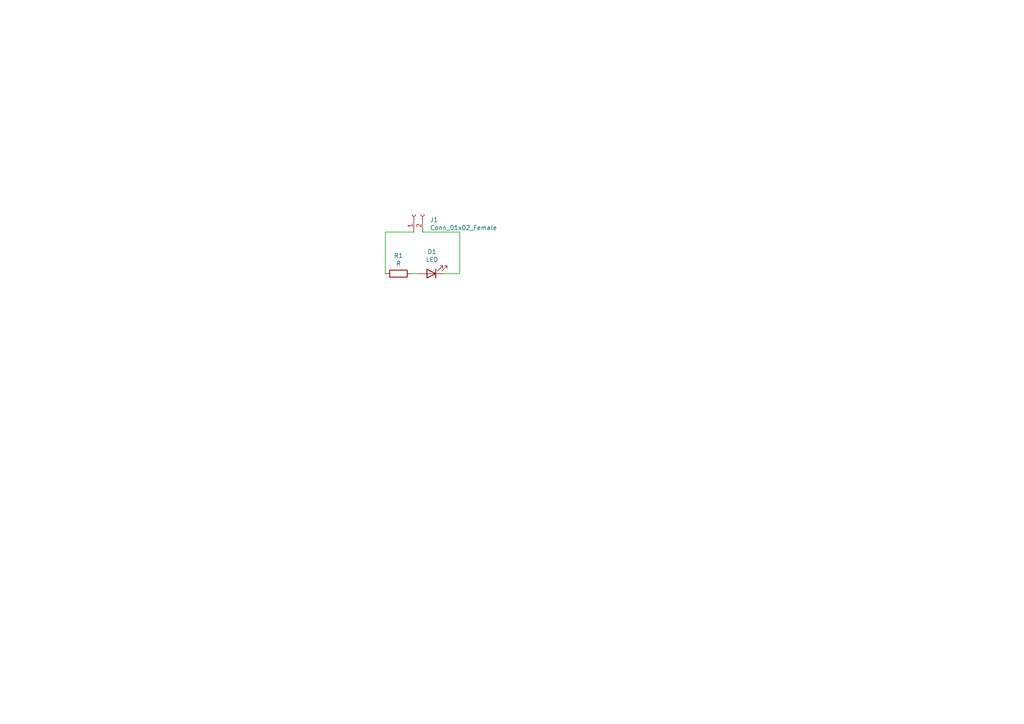
<source format=kicad_sch>
(kicad_sch (version 20210126) (generator eeschema)
  (paper "A4")
  (lib_symbols
    (symbol "Connector:Conn_01x02_Female" (pin_names (offset 1.016) hide)
      (property "Reference" "J" (at 0 2.54 0))
      (property "Value" "Conn_01x02_Female" (at 0 -5.08 0))
      (symbol "Conn_01x02_Female_1_1"
        (arc (start 0 -2.032) (end 0 -3.048) (radius (at 0 -2.54) (length 0.508) (angles 90.1 -90.1)) (stroke (width 0.1524)))
        (arc (start 0 0.508) (end 0 -0.508) (radius (at 0 0) (length 0.508) (angles 90.1 -90.1)) (stroke (width 0.1524)))
        (polyline (pts (xy -1.27 -2.54) (xy -0.508 -2.54)) (stroke (width 0.1524)))
        (polyline (pts (xy -1.27 0) (xy -0.508 0)) (stroke (width 0.1524)))
        (pin passive line (at -5.08 0 0) (length 3.81) (name "Pin_1") (number "1"))
        (pin passive line (at -5.08 -2.54 0) (length 3.81) (name "Pin_2") (number "2"))
      )
    )
    (symbol "Device:LED" (pin_numbers hide) (pin_names (offset 1.016) hide)
      (property "Reference" "D" (at 0 2.54 0))
      (property "Value" "LED" (at 0 -2.54 0))
      (symbol "LED_0_1"
        (polyline (pts (xy -1.27 -1.27) (xy -1.27 1.27)) (stroke (width 0.254)))
        (polyline (pts (xy -1.27 0) (xy 1.27 0)))
        (polyline (pts (xy 1.27 -1.27) (xy 1.27 1.27) (xy -1.27 0) (xy 1.27 -1.27)) (stroke (width 0.254)))
        (polyline (pts (xy -3.048 -0.762) (xy -4.572 -2.286) (xy -3.81 -2.286) (xy -4.572 -2.286) (xy -4.572 -1.524)))
        (polyline (pts (xy -1.778 -0.762) (xy -3.302 -2.286) (xy -2.54 -2.286) (xy -3.302 -2.286) (xy -3.302 -1.524)))
      )
      (symbol "LED_1_1"
        (pin passive line (at -3.81 0 0) (length 2.54) (name "K") (number "1"))
        (pin passive line (at 3.81 0 180) (length 2.54) (name "A") (number "2"))
      )
    )
    (symbol "Device:R" (pin_numbers hide) (pin_names (offset 0))
      (property "Reference" "R" (at 2.032 0 90))
      (property "Value" "R" (at 0 0 90))
      (symbol "R_0_1"
        (rectangle (start -1.016 -2.54) (end 1.016 2.54) (stroke (width 0.254)))
      )
      (symbol "R_1_1"
        (pin passive line (at 0 3.81 270) (length 1.27) (name "~") (number "1"))
        (pin passive line (at 0 -3.81 90) (length 1.27) (name "~") (number "2"))
      )
    )
  )
  (wire (pts (xy 111.76 67.31) (xy 111.76 79.375)))
  (wire (pts (xy 119.38 79.375) (xy 121.285 79.375)))
  (wire (pts (xy 120.015 67.31) (xy 111.76 67.31)))
  (wire (pts (xy 122.555 67.31) (xy 133.35 67.31)))
  (wire (pts (xy 128.905 79.375) (xy 133.35 79.375)))
  (wire (pts (xy 133.35 67.31) (xy 133.35 79.375)))
  (symbol (lib_id "Device:R") (at 115.57 79.375 270) (unit 1)
    (property "Reference" "R1" (at 115.57 74.1488 90))
    (property "Value" "R" (at 115.57 76.4475 90))
    (property "Footprint" "Resistor_SMD:R_2512_6332Metric" (effects hide))
  )
  (symbol (lib_id "Connector:Conn_01x02_Female") (at 120.015 62.23 90) (unit 1)
    (property "Reference" "J1" (at 124.6887 63.773 90) (effects (justify right)))
    (property "Value" "Conn_01x02_Female" (at 124.6887 66.0717 90) (effects (justify right)))
    (property "Footprint" "Connector_PinHeader_1.00mm:PinHeader_1x02_P1.00mm_Vertical" (effects hide))
  )
  (symbol (lib_id "Device:LED") (at 125.095 79.375 180) (unit 1)
    (property "Reference" "D1" (at 125.2855 73.0058 0))
    (property "Value" "LED" (at 125.2855 75.3045 0))
    (property "Footprint" "xm-l2:XM-L2" (effects hide))
  )
)
</source>
